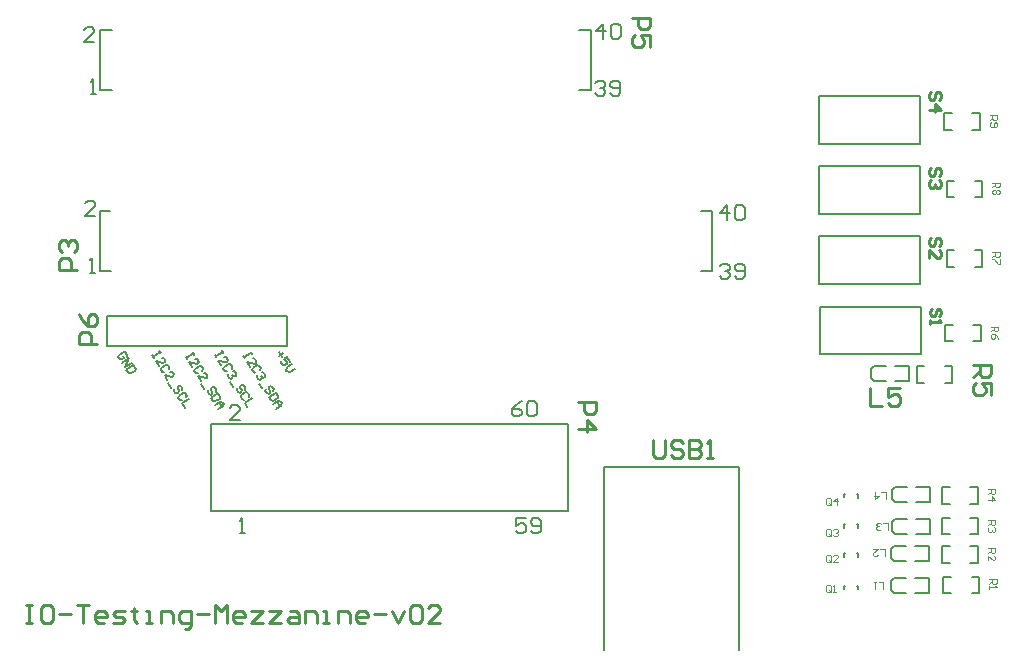
<source format=gto>
%FSTAX24Y24*%
%MOMM*%
%SFA1B1*%

%IPPOS*%
%ADD20C,0.250000*%
%ADD36C,0.130000*%
%ADD37C,0.180000*%
%ADD38C,0.200000*%
%ADD39C,0.150000*%
%ADD40C,0.100000*%
%ADD41C,0.200000*%
%LNio-testing-mezzanine-1*%
%LPD*%
G54D20*
X119399Y138399D02*
X124499D01*
X121899*
Y123199*
X119399*
X124499*
X1397Y138399D02*
X134599D01*
X132099Y135899*
Y125699*
X134599Y123199*
X1397*
X142199Y125699*
Y135899*
X1397Y138399*
X147299Y130799D02*
X157499D01*
X162499Y138399D02*
X172699D01*
X167599*
Y123199*
X185399D02*
X180299D01*
X1778Y125699*
Y130799*
X180299Y133299*
X185399*
X187899Y130799*
Y128299*
X1778*
X192999Y123199D02*
X200599D01*
X2032Y125699*
X200599Y128299*
X195599*
X192999Y130799*
X195599Y133299*
X2032*
X210799Y135899D02*
Y133299D01*
X208299*
X213299*
X210799*
Y125699*
X213299Y123199*
X220899D02*
X225999D01*
X223499*
Y133299*
X220899*
X233599Y123199D02*
Y133299D01*
X2413*
X243799Y130799*
Y123199*
X254Y118099D02*
X256499D01*
X258999Y120699*
Y133299*
X251399*
X248899Y130799*
Y125699*
X251399Y123199*
X258999*
X264099Y130799D02*
X274299D01*
X279299Y123199D02*
Y138399D01*
X284399Y133299*
X289499Y138399*
Y123199*
X302199D02*
X297099D01*
X294599Y125699*
Y130799*
X297099Y133299*
X302199*
X304699Y130799*
Y128299*
X294599*
X309799Y133299D02*
X319999D01*
X309799Y123199*
X319999*
X325099Y133299D02*
X335199D01*
X325099Y123199*
X335199*
X342799Y133299D02*
X347899D01*
X350399Y130799*
Y123199*
X342799*
X340299Y125699*
X342799Y128299*
X350399*
X355499Y123199D02*
Y133299D01*
X363099*
X365699Y130799*
Y123199*
X370799D02*
X375799D01*
X373299*
Y133299*
X370799*
X383499Y123199D02*
Y133299D01*
X391099*
X393599Y130799*
Y123199*
X406299D02*
X401199D01*
X398699Y125699*
Y130799*
X401199Y133299*
X406299*
X408799Y130799*
Y128299*
X398699*
X413899Y130799D02*
X424099D01*
X429199Y133299D02*
X434199Y123199D01*
X439299Y133299*
X444399Y135899D02*
X446899Y138399D01*
X451999*
X454599Y135899*
Y125699*
X451999Y123199*
X446899*
X444399Y125699*
Y135899*
X469799Y123199D02*
X459599D01*
X469799Y133299*
Y135899*
X467199Y138399*
X462199*
X459599Y135899*
X892599Y501599D02*
X894299Y503199D01*
Y506499*
X892599Y508199*
X890899*
X889299Y506499*
Y503199*
X887599Y501599*
X885899*
X884299Y503199*
Y506499*
X885899Y508199*
X892599Y498199D02*
X894299Y496599D01*
Y493199*
X892599Y491599*
X890899*
X889299Y493199*
Y494899*
Y493199*
X887599Y491599*
X885899*
X884299Y493199*
Y496599*
X885899Y498199*
X632699Y635799D02*
X647899D01*
Y628199*
X645399Y625699*
X640299*
X637799Y628199*
Y635799*
X647899Y610499D02*
Y620599D01*
X640299*
X642799Y615499*
Y612999*
X640299Y610499*
X635199*
X632699Y612999*
Y618099*
X635199Y620599*
X892399Y566099D02*
X894099Y567799D01*
Y571099*
X892399Y572799*
X890799*
X889099Y571099*
Y567799*
X887399Y566099*
X885799*
X884099Y567799*
Y571099*
X885799Y572799*
X884099Y557799D02*
X894099D01*
X889099Y562799*
Y556099*
X892599Y442599D02*
X894299Y444199D01*
Y447499*
X892599Y449199*
X890899*
X889299Y447499*
Y444199*
X887599Y442599*
X885899*
X884299Y444199*
Y447499*
X885899Y449199*
X884299Y432599D02*
Y439199D01*
X890899Y432599*
X892599*
X894299Y434199*
Y437599*
X892599Y439199*
X892899Y382699D02*
X894599Y384399D01*
Y387699*
X892899Y389399*
X891299*
X889599Y387699*
Y384399*
X887899Y382699*
X886299*
X884599Y384399*
Y387699*
X886299Y389399*
X884599Y379399D02*
Y376099D01*
Y377699*
X894599*
X892899Y379399*
X162999Y421999D02*
X147799D01*
Y429599*
X150299Y432199*
X155399*
X157899Y429599*
Y421999*
X150299Y437199D02*
X147799Y439799D01*
Y444899*
X150299Y447399*
X152799*
X155399Y444899*
Y442299*
Y444899*
X157899Y447399*
X160499*
X162999Y444899*
Y439799*
X160499Y437199*
X833999Y321899D02*
Y306699D01*
X844099*
X859399Y321899D02*
X849199D01*
Y314299*
X854299Y316899*
X856799*
X859399Y314299*
Y309199*
X856799Y306699*
X851699*
X849199Y309199*
X921699Y341599D02*
X936899D01*
Y333999*
X934399Y331399*
X929299*
X926799Y333999*
Y341599*
Y336499D02*
X921699Y331399D01*
X936899Y316199D02*
Y326399D01*
X929299*
X931899Y321299*
Y318699*
X929299Y316199*
X924199*
X921699Y318699*
Y323799*
X924199Y326399*
X179399Y359399D02*
X164199D01*
Y366999*
X166699Y369499*
X171799*
X174299Y366999*
Y359399*
X164199Y384699D02*
X166699Y379699D01*
X171799Y374599*
X176899*
X179399Y377099*
Y382199*
X176899Y384699*
X174299*
X171799Y382199*
Y374599*
X650299Y278199D02*
Y265499D01*
X652799Y262999*
X657899*
X660499Y265499*
Y278199*
X675699Y275699D02*
X673199Y278199D01*
X668099*
X665499Y275699*
Y273199*
X668099Y270599*
X673199*
X675699Y268099*
Y265499*
X673199Y262999*
X668099*
X665499Y265499*
X680799Y278199D02*
Y262999D01*
X688399*
X690899Y265499*
Y268099*
X688399Y270599*
X680799*
X688399*
X690899Y273199*
Y275699*
X688399Y278199*
X680799*
X695999Y262999D02*
X701099D01*
X6985*
Y278199*
X695999Y275699*
X587099Y310299D02*
X602399D01*
Y302599*
X599799Y300099*
X594799*
X592199Y302599*
Y310299*
X587099Y287399D02*
X602399D01*
X594799Y294999*
Y284899*
G54D36*
X790899Y469499D02*
X875999D01*
X790899Y510099D02*
X875999D01*
Y469499D02*
Y510099D01*
X790899Y469499D02*
Y510099D01*
Y528499D02*
X875999D01*
X790899Y569099D02*
X875999D01*
Y528499D02*
Y569099D01*
X790899Y528499D02*
Y569099D01*
Y410499D02*
X875999D01*
X790899Y451099D02*
X875999D01*
Y410499D02*
Y451099D01*
X790899Y410499D02*
Y451099D01*
X791899Y350499D02*
X876999D01*
X791899Y391099D02*
X876999D01*
Y350499D02*
Y391099D01*
X791899Y350499D02*
Y391099D01*
X883699Y148799D02*
Y161499D01*
X851999Y158899D02*
X854499Y161499D01*
X851999Y151299D02*
X854499Y148799D01*
X851999Y151299D02*
Y158899D01*
X854499Y148799D02*
X864699D01*
X872299D02*
X883699D01*
X854499Y161499D02*
X864699D01*
X872299D02*
X883699D01*
X855499Y340999D02*
X866899D01*
X837699D02*
X847899D01*
X855499Y328299D02*
X866899D01*
X837699D02*
X847899D01*
X835199Y330799D02*
Y338399D01*
Y330799D02*
X837699Y328299D01*
X835199Y338399D02*
X837699Y340999D01*
X866899Y328299D02*
Y340999D01*
X873299Y238399D02*
X884699D01*
X855499D02*
X865699D01*
X873299Y225799D02*
X884699D01*
X855499D02*
X865699D01*
X852999Y228299D02*
Y235899D01*
Y228299D02*
X855499Y225799D01*
X852999Y235899D02*
X855499Y238399D01*
X884699Y225799D02*
Y238399D01*
X873299Y211499D02*
X884699D01*
X855499D02*
X865699D01*
X873299Y198799D02*
X884699D01*
X855499D02*
X865699D01*
X852999Y201299D02*
Y208899D01*
Y201299D02*
X855499Y198799D01*
X852999Y208899D02*
X855499Y211499D01*
X884699Y198799D02*
Y211499D01*
X872299Y188399D02*
X883699D01*
X854499D02*
X864699D01*
X872299Y175799D02*
X883699D01*
X854499D02*
X864699D01*
X851999Y178299D02*
Y185899D01*
Y178299D02*
X854499Y175799D01*
X851999Y185899D02*
X854499Y188399D01*
X883699Y175799D02*
Y188399D01*
X608999Y099999D02*
Y254199D01*
X723299Y099999D02*
Y254199D01*
X609199Y254999D02*
X723499D01*
G54D37*
X920699Y554699D02*
X927299D01*
Y540899D02*
Y554699D01*
X920699Y540899D02*
X927299D01*
X896899D02*
X903499D01*
X896899D02*
Y554699D01*
X903499*
X922699Y497699D02*
X929299D01*
Y483899D02*
Y497699D01*
X922699Y483899D02*
X929299D01*
X898899D02*
X905499D01*
X898899D02*
Y497699D01*
X905499*
X921699Y375699D02*
X928299D01*
Y361899D02*
Y375699D01*
X921699Y361899D02*
X928299D01*
X897899D02*
X904499D01*
X897899D02*
Y375699D01*
X904499*
X919099Y237999D02*
X925699D01*
Y224199D02*
Y237999D01*
X919099Y224199D02*
X925699D01*
X895299D02*
X901899D01*
X895299D02*
Y237999D01*
X901899*
X922699Y438699D02*
X929299D01*
Y424899D02*
Y438699D01*
X922699Y424899D02*
X929299D01*
X898899D02*
X905499D01*
X898899D02*
Y438699D01*
X905499*
X919099Y211899D02*
X925699D01*
Y198099D02*
Y211899D01*
X919099Y198099D02*
X925699D01*
X895299D02*
X901899D01*
X895299D02*
Y211899D01*
X901899*
X897299Y340499D02*
X903899D01*
Y326699D02*
Y340499D01*
X897299Y326699D02*
X903899D01*
X873499D02*
X880099D01*
X873499D02*
Y340499D01*
X880099*
X919099Y187999D02*
X925699D01*
Y174199D02*
Y187999D01*
X919099Y174199D02*
X925699D01*
X895299D02*
X901899D01*
X895299D02*
Y187999D01*
X901899*
X920099Y161999D02*
X926699D01*
Y148199D02*
Y161999D01*
X920099Y148199D02*
X926699D01*
X896299D02*
X902899D01*
X896299D02*
Y161999D01*
X902899*
G54D38*
X587399Y625599D02*
X597499D01*
X587399Y574799D02*
X597499D01*
X182199D02*
X192399D01*
X182199Y625599D02*
X192399D01*
X597499Y574799D02*
Y625599D01*
X182199Y574799D02*
Y625599D01*
X276399Y217699D02*
Y291299D01*
Y217699D02*
X578599D01*
Y291299*
X276399D02*
X578599D01*
X187899Y383099D02*
X340299D01*
X187899Y357699D02*
X340299D01*
Y383099*
X187899Y357699D02*
Y383099D01*
X690899Y471799D02*
X700399D01*
X690899Y420999D02*
X700399D01*
X182199D02*
X191299D01*
X182199Y471799D02*
X190799D01*
X700399Y420999D02*
Y471799D01*
X182199Y420999D02*
Y471799D01*
X824299Y229399D02*
Y232199D01*
X811999Y229499D02*
Y232299D01*
X813199*
X823099Y232199D02*
X824299D01*
X823099Y206699D02*
X824299D01*
X811999Y206799D02*
X813199D01*
X811999Y203999D02*
Y206799D01*
X824299Y203899D02*
Y206699D01*
Y179199D02*
Y181999D01*
X811999Y179299D02*
Y182199D01*
X813199*
X823099Y181999D02*
X824299D01*
X823099Y154699D02*
X824299D01*
X811999Y154799D02*
X813199D01*
X811999Y151999D02*
Y154799D01*
X824299Y151899D02*
Y154699D01*
G54D39*
X204599Y348699D02*
X204999Y350299D01*
X203699Y352299*
X202099Y352699*
X198199Y350199*
X197799Y348599*
X198999Y346599*
X200599Y346299*
X202599Y347499*
X201399Y349499*
X200899Y343699D02*
X206799Y347399D01*
X203299Y339699*
X209299Y343399*
X210499Y341399D02*
X204499Y337699D01*
X206399Y334699*
X207999Y334399*
X211999Y336799*
X212299Y338399*
X210499Y341399*
X334099Y352499D02*
X336599Y348499D01*
X337399Y351699D02*
X333399Y349199D01*
X343299Y344399D02*
X340799Y348399D01*
X337799Y346499*
X339999Y345099*
X340699Y344199*
X340299Y342499*
X338299Y341299*
X336699Y341699*
X335499Y343699*
X335799Y345299*
X344499Y342399D02*
X340499Y339899D01*
X339799Y336699*
X342999Y335999*
X346899Y338399*
X309599Y352899D02*
X310799Y350899D01*
X310199Y351899*
X304199Y348199*
X303599Y349199*
X3048Y347199*
X309099Y340299D02*
X306699Y344299D01*
X313099Y342799*
X314099Y343399*
X314499Y344999*
X313299Y346999*
X311599Y347299*
X317799Y337399D02*
X318199Y338999D01*
X316899Y340999*
X315299Y341399*
X311399Y338899*
X310999Y337299*
X312199Y335399*
X313799Y334999*
X318999Y335399D02*
X320599Y335099D01*
X321899Y333099*
X321499Y331499*
X320499Y330899*
X318899Y331199*
X318299Y332199*
X318899Y331199*
X318499Y329599*
X3175Y328999*
X315899Y329399*
X314699Y331399*
X315099Y332999*
X316799Y325799D02*
X319199Y321799D01*
X328799Y319599D02*
X329199Y321199D01*
X327999Y323199*
X326399Y323599*
X325399Y322899*
X324999Y321299*
X326299Y319299*
X325899Y317699*
X324899Y317099*
X323299Y3175*
X321999Y319499*
X322399Y321099*
X331099Y318199D02*
X325099Y314499D01*
X326999Y311599*
X328599Y311199*
X332499Y313599*
X332899Y315199*
X331099Y318199*
X328799Y308599D02*
X332799Y310999D01*
X335999Y310299*
X335199Y307099*
X331299Y304599*
X334199Y306499*
X331799Y310399*
X285299Y353999D02*
X286499Y351999D01*
X285899Y352999*
X279999Y349299*
X2794Y350299*
X280599Y348299*
X284899Y341399D02*
X282399Y345399D01*
X288899Y343899*
X289799Y344499*
X290199Y346099*
X288999Y348099*
X287399Y348399*
X293499Y338499D02*
X293899Y340099D01*
X292699Y342099*
X291099Y342499*
X287099Y339999*
X286699Y338399*
X287999Y336499*
X289599Y336099*
X294799Y336499D02*
X296399Y336199D01*
X297599Y334199*
X297199Y332599*
X296199Y331999*
X294599Y332299*
X293999Y333299*
X294599Y332299*
X294199Y330699*
X293299Y330099*
X291599Y330499*
X290399Y332499*
X290799Y334099*
X292499Y326899D02*
X294999Y322899D01*
X304599Y320699D02*
X304999Y322299D01*
X303699Y324299*
X302099Y324699*
X301099Y323999*
X300799Y322399*
X301999Y320399*
X301599Y318799*
X300599Y318199*
X298999Y318599*
X297799Y320599*
X298199Y322199*
X308299Y314699D02*
X308699Y316299D01*
X307399Y318299*
X305799Y318699*
X301899Y316199*
X301499Y314599*
X302699Y312699*
X304299Y312299*
X310499Y313399D02*
X304499Y309699D01*
X306999Y305699*
X260699Y352399D02*
X261899Y350399D01*
X261299Y351399*
X255399Y347699*
X254799Y348699*
X255999Y346699*
X260299Y339799D02*
X257799Y343799D01*
X264299Y342299*
X265199Y3429*
X265599Y344499*
X264399Y346499*
X262799Y346799*
X268899Y336899D02*
X269299Y338499D01*
X268099Y340499*
X266499Y340899*
X262499Y338399*
X262099Y336799*
X263399Y334899*
X264999Y334499*
X267699Y327899D02*
X265199Y331899D01*
X271599Y330399*
X272599Y330999*
X272999Y332599*
X271799Y334599*
X270199Y334899*
X267899Y325299D02*
X270399Y321299D01*
X279999Y319099D02*
X280399Y320699D01*
X279099Y322699*
X277499Y323099*
X276499Y322399*
X276199Y320799*
X277399Y318799*
X276999Y317199*
X275999Y316599*
X274399Y316999*
X273199Y318999*
X273599Y320599*
X282199Y317699D02*
X276299Y313999D01*
X278099Y311099*
X279699Y310699*
X283699Y313099*
X284099Y314699*
X282199Y317699*
X279899Y308099D02*
X283899Y310499D01*
X287099Y309799*
X286399Y306599*
X282399Y304099*
X285399Y305999*
X282899Y309899*
X232299Y353399D02*
X233499Y351399D01*
X232899Y352399*
X226999Y348699*
X226399Y349699*
X227599Y347699*
X231899Y340799D02*
X229399Y344799D01*
X235899Y343299*
X236799Y343899*
X237199Y345499*
X235999Y347499*
X234399Y347799*
X240499Y337899D02*
X240899Y339499D01*
X239699Y341499*
X238099Y341899*
X234099Y339399*
X233699Y337799*
X234999Y335899*
X236599Y335499*
X239299Y328899D02*
X236799Y332899D01*
X243199Y331399*
X244199Y331999*
X244599Y333599*
X243399Y335599*
X241799Y335899*
X239499Y326299D02*
X241999Y322299D01*
X251599Y320099D02*
X251999Y321699D01*
X250699Y323699*
X249099Y324099*
X248099Y323399*
X247799Y321799*
X248999Y319799*
X248599Y318199*
X247599Y317599*
X245999Y317999*
X244799Y319999*
X245199Y321599*
X255299Y314099D02*
X255699Y315699D01*
X254399Y317699*
X252799Y318099*
X248899Y315599*
X248499Y313999*
X249699Y312099*
X251299Y311699*
X257499Y312799D02*
X251499Y309099D01*
X254Y305099*
G54D40*
X935799Y552999D02*
X941799D01*
Y549999*
X940799Y548999*
X938799*
X937799Y549999*
Y552999*
Y550999D02*
X935799Y548999D01*
X936799Y546999D02*
X935799Y545999D01*
Y543999*
X936799Y542999*
X940799*
X941799Y543999*
Y545999*
X940799Y546999*
X9398*
X938799Y545999*
Y542999*
X937799Y495999D02*
X943799D01*
Y492999*
X942799Y491999*
X940799*
X9398Y492999*
Y495999*
Y493999D02*
X937799Y491999D01*
X942799Y489999D02*
X943799Y488999D01*
Y486999*
X942799Y485999*
X941799*
X940799Y486999*
X9398Y485999*
X938799*
X937799Y486999*
Y488999*
X938799Y489999*
X9398*
X940799Y488999*
X941799Y489999*
X942799*
X940799Y488999D02*
Y486999D01*
X936799Y373999D02*
X942799D01*
Y370999*
X941799Y369999*
X9398*
X938799Y370999*
Y373999*
Y371999D02*
X936799Y369999D01*
X942799Y363999D02*
X941799Y365999D01*
X9398Y367999*
X937799*
X936799Y366999*
Y364999*
X937799Y363999*
X938799*
X9398Y364999*
Y367999*
X845499Y152099D02*
Y158099D01*
X841499*
X839499D02*
X837499D01*
X838499*
Y152099*
X839499Y153099*
X846499Y180099D02*
Y186099D01*
X842499*
X836499D02*
X840499D01*
X836499Y182099*
Y181099*
X837499Y180099*
X839499*
X840499Y181099*
X849499Y202099D02*
Y208099D01*
X845499*
X843499Y203099D02*
X842499Y202099D01*
X840499*
X839499Y203099*
Y204099*
X840499Y205099*
X841499*
X840499*
X839499Y206099*
Y207099*
X840499Y208099*
X842499*
X843499Y207099*
X847499Y228099D02*
Y234099D01*
X843499*
X838499D02*
Y228099D01*
X841499Y231099*
X837499*
X935199Y160299D02*
X941199D01*
Y157299*
X940199Y156299*
X938199*
X937199Y157299*
Y160299*
Y158299D02*
X935199Y156299D01*
Y154299D02*
Y152299D01*
Y153299*
X941199*
X940199Y154299*
X934199Y186299D02*
X940199D01*
Y183299*
X939199Y182299*
X937199*
X936199Y183299*
Y186299*
Y184299D02*
X934199Y182299D01*
Y176299D02*
Y180299D01*
X938199Y176299*
X939199*
X940199Y177299*
Y179299*
X939199Y180299*
X934199Y210199D02*
X940199D01*
Y207199*
X939199Y206199*
X937199*
X936199Y207199*
Y210199*
Y208199D02*
X934199Y206199D01*
X939199Y204199D02*
X940199Y2032D01*
Y201199*
X939199Y200199*
X938199*
X937199Y201199*
Y202199*
Y201199*
X936199Y200199*
X935199*
X934199Y201199*
Y2032*
X935199Y204199*
X937799Y436999D02*
X943799D01*
Y433999*
X942799Y432999*
X940799*
X9398Y433999*
Y436999*
Y434999D02*
X937799Y432999D01*
X943799Y430999D02*
Y426999D01*
X942799*
X938799Y430999*
X937799*
X934199Y236299D02*
X940199D01*
Y233299*
X939199Y232299*
X937199*
X936199Y233299*
Y236299*
Y234299D02*
X934199Y232299D01*
Y227299D02*
X940199D01*
X937199Y230299*
Y226299*
X800999Y224099D02*
Y228099D01*
X799999Y229099*
X797999*
X797099Y228099*
Y224099*
X797999Y223199*
X799999*
X798999Y225099D02*
X800999Y223199D01*
X799999D02*
X800999Y224099D01*
X805999Y223199D02*
Y229099D01*
X802999Y226099*
X806999*
X800999Y197699D02*
Y201699D01*
X799999Y202699*
X797999*
X797099Y201699*
Y197699*
X797999Y196699*
X799999*
X798999Y198699D02*
X800999Y196699D01*
X799999D02*
X800999Y197699D01*
X802999Y201699D02*
X803999Y202699D01*
X805999*
X806999Y201699*
Y200699*
X805999Y199699*
X804999*
X805999*
X806999Y198699*
Y197699*
X805999Y196699*
X803999*
X802999Y197699*
X800999Y175799D02*
Y179799D01*
X799999Y180799*
X797999*
X797099Y179799*
Y175799*
X797999Y174799*
X799999*
X798999Y176799D02*
X800999Y174799D01*
X799999D02*
X800999Y175799D01*
X806999Y174799D02*
X802999D01*
X806999Y178799*
Y179799*
X805999Y180799*
X803999*
X802999Y179799*
X800999Y150499D02*
Y154499D01*
X799999Y155499*
X797999*
X797099Y154499*
Y150499*
X797999Y149499*
X799999*
X798999Y151499D02*
X800999Y149499D01*
X799999D02*
X800999Y150499D01*
X802999Y149499D02*
X804999D01*
X803999*
Y155499*
X802999Y154499*
G54D41*
X174199Y570899D02*
X178399D01*
X176299*
Y583599*
X174199Y581499*
X601499Y580099D02*
X603599Y582199D01*
X607799*
X609999Y580099*
Y577999*
X607799Y575799*
X605699*
X607799*
X609999Y573699*
Y571599*
X607799Y569499*
X603599*
X601499Y571599*
X614199D02*
X616299Y569499D01*
X620499*
X622699Y571599*
Y580099*
X620499Y582199*
X616299*
X614199Y580099*
Y577999*
X616299Y575799*
X622699*
X608099Y617699D02*
Y630399D01*
X601799Y623999*
X610299*
X614499Y628299D02*
X616599Y630399D01*
X620799*
X622999Y628299*
Y619799*
X620799Y617699*
X616599*
X614499Y619799*
Y628299*
X177399Y614899D02*
X168899D01*
X177399Y623399*
Y625499*
X175199Y627599*
X170999*
X168899Y625499*
X173299Y419799D02*
X177599D01*
X175399*
Y432499*
X173299Y430299*
X706699Y425299D02*
X708799Y427399D01*
X713099*
X715199Y425299*
Y423099*
X713099Y420999*
X710999*
X713099*
X715199Y418899*
Y416799*
X713099Y414699*
X708799*
X706699Y416799*
X719399D02*
X721499Y414699D01*
X725799*
X727899Y416799*
Y425299*
X725799Y427399*
X721499*
X719399Y425299*
Y423099*
X721499Y420999*
X727899*
X713099Y464199D02*
Y476899D01*
X706699Y470599*
X715199*
X719399Y474799D02*
X721499Y476899D01*
X725799*
X727899Y474799*
Y466299*
X725799Y464199*
X721499*
X719399Y466299*
Y474799*
X177999Y467999D02*
X169499D01*
X177999Y476499*
Y478599*
X175899Y480699*
X171599*
X169499Y478599*
X300399Y294999D02*
X291899D01*
X300399Y303499*
Y305599*
X298199Y307699*
X293999*
X291899Y305599*
X539299Y310799D02*
X535099Y308699D01*
X530799Y304499*
Y300199*
X532899Y298099*
X537199*
X539299Y300199*
Y302399*
X537199Y304499*
X530799*
X543499Y308699D02*
X545599Y310799D01*
X549899*
X551999Y308699*
Y300199*
X549899Y298099*
X545599*
X543499Y300199*
Y308699*
X542599Y211699D02*
X534099D01*
Y205399*
X538299Y207499*
X540399*
X542599Y205399*
Y201099*
X540399Y198999*
X536199*
X534099Y201099*
X546799D02*
X548899Y198999D01*
X553099*
X555199Y201099*
Y209599*
X553099Y211699*
X548899*
X546799Y209599*
Y207499*
X548899Y205399*
X555199*
X300399Y198999D02*
X304599D01*
X302499*
Y211699*
X300399Y209599*
M02*
</source>
